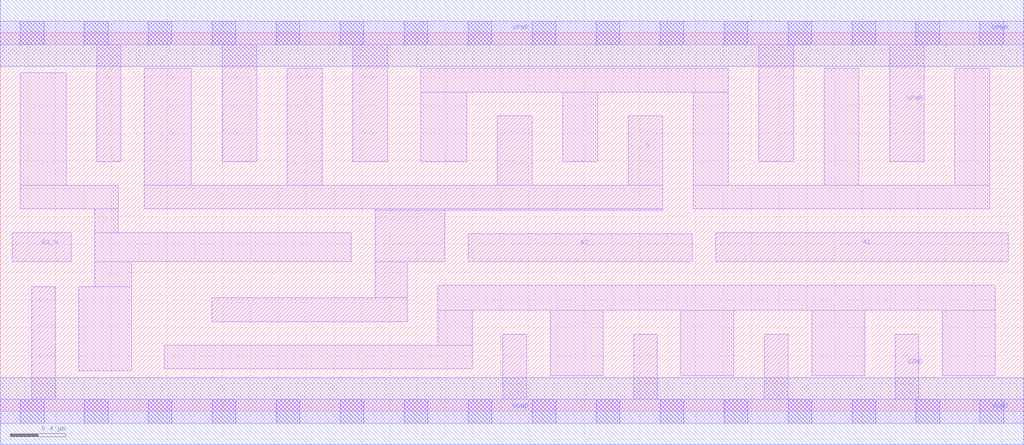
<source format=lef>
# Copyright 2020 The SkyWater PDK Authors
#
# Licensed under the Apache License, Version 2.0 (the "License");
# you may not use this file except in compliance with the License.
# You may obtain a copy of the License at
#
#     https://www.apache.org/licenses/LICENSE-2.0
#
# Unless required by applicable law or agreed to in writing, software
# distributed under the License is distributed on an "AS IS" BASIS,
# WITHOUT WARRANTIES OR CONDITIONS OF ANY KIND, either express or implied.
# See the License for the specific language governing permissions and
# limitations under the License.
#
# SPDX-License-Identifier: Apache-2.0

VERSION 5.7 ;
  NAMESCASESENSITIVE ON ;
  NOWIREEXTENSIONATPIN ON ;
  DIVIDERCHAR "/" ;
  BUSBITCHARS "[]" ;
UNITS
  DATABASE MICRONS 200 ;
END UNITS
PROPERTYDEFINITIONS
  MACRO maskLayoutSubType STRING ;
  MACRO prCellType STRING ;
  MACRO originalViewName STRING ;
END PROPERTYDEFINITIONS
MACRO sky130_fd_sc_hdll__o21bai_4
  CLASS CORE ;
  FOREIGN sky130_fd_sc_hdll__o21bai_4 ;
  ORIGIN  0.000000  0.000000 ;
  SIZE  7.360000 BY  2.720000 ;
  SYMMETRY X Y R90 ;
  SITE unithd ;
  PIN A1
    ANTENNAGATEAREA  1.110000 ;
    DIRECTION INPUT ;
    USE SIGNAL ;
    PORT
      LAYER li1 ;
        RECT 5.145000 1.075000 7.250000 1.285000 ;
    END
  END A1
  PIN A2
    ANTENNAGATEAREA  1.110000 ;
    DIRECTION INPUT ;
    USE SIGNAL ;
    PORT
      LAYER li1 ;
        RECT 3.365000 1.075000 4.975000 1.275000 ;
    END
  END A2
  PIN B1_N
    ANTENNAGATEAREA  0.277500 ;
    DIRECTION INPUT ;
    USE SIGNAL ;
    PORT
      LAYER li1 ;
        RECT 0.085000 1.075000 0.510000 1.285000 ;
    END
  END B1_N
  PIN VGND
    ANTENNADIFFAREA  1.111500 ;
    DIRECTION INOUT ;
    USE SIGNAL ;
    PORT
      LAYER li1 ;
        RECT 0.000000 -0.085000 7.360000 0.085000 ;
        RECT 0.225000  0.085000 0.395000 0.895000 ;
        RECT 3.615000  0.085000 3.785000 0.555000 ;
        RECT 4.555000  0.085000 4.725000 0.555000 ;
        RECT 5.495000  0.085000 5.665000 0.555000 ;
        RECT 6.435000  0.085000 6.605000 0.555000 ;
      LAYER mcon ;
        RECT 0.145000 -0.085000 0.315000 0.085000 ;
        RECT 0.605000 -0.085000 0.775000 0.085000 ;
        RECT 1.065000 -0.085000 1.235000 0.085000 ;
        RECT 1.525000 -0.085000 1.695000 0.085000 ;
        RECT 1.985000 -0.085000 2.155000 0.085000 ;
        RECT 2.445000 -0.085000 2.615000 0.085000 ;
        RECT 2.905000 -0.085000 3.075000 0.085000 ;
        RECT 3.365000 -0.085000 3.535000 0.085000 ;
        RECT 3.825000 -0.085000 3.995000 0.085000 ;
        RECT 4.285000 -0.085000 4.455000 0.085000 ;
        RECT 4.745000 -0.085000 4.915000 0.085000 ;
        RECT 5.205000 -0.085000 5.375000 0.085000 ;
        RECT 5.665000 -0.085000 5.835000 0.085000 ;
        RECT 6.125000 -0.085000 6.295000 0.085000 ;
        RECT 6.585000 -0.085000 6.755000 0.085000 ;
        RECT 7.045000 -0.085000 7.215000 0.085000 ;
      LAYER met1 ;
        RECT 0.000000 -0.240000 7.360000 0.240000 ;
    END
  END VGND
  PIN VPWR
    ANTENNADIFFAREA  1.430000 ;
    DIRECTION INOUT ;
    USE SIGNAL ;
    PORT
      LAYER li1 ;
        RECT 0.000000 2.635000 7.360000 2.805000 ;
        RECT 0.695000 1.795000 0.865000 2.635000 ;
        RECT 1.595000 1.795000 1.845000 2.635000 ;
        RECT 2.535000 1.795000 2.785000 2.635000 ;
        RECT 5.455000 1.795000 5.705000 2.635000 ;
        RECT 6.395000 1.795000 6.645000 2.635000 ;
      LAYER mcon ;
        RECT 0.145000 2.635000 0.315000 2.805000 ;
        RECT 0.605000 2.635000 0.775000 2.805000 ;
        RECT 1.065000 2.635000 1.235000 2.805000 ;
        RECT 1.525000 2.635000 1.695000 2.805000 ;
        RECT 1.985000 2.635000 2.155000 2.805000 ;
        RECT 2.445000 2.635000 2.615000 2.805000 ;
        RECT 2.905000 2.635000 3.075000 2.805000 ;
        RECT 3.365000 2.635000 3.535000 2.805000 ;
        RECT 3.825000 2.635000 3.995000 2.805000 ;
        RECT 4.285000 2.635000 4.455000 2.805000 ;
        RECT 4.745000 2.635000 4.915000 2.805000 ;
        RECT 5.205000 2.635000 5.375000 2.805000 ;
        RECT 5.665000 2.635000 5.835000 2.805000 ;
        RECT 6.125000 2.635000 6.295000 2.805000 ;
        RECT 6.585000 2.635000 6.755000 2.805000 ;
        RECT 7.045000 2.635000 7.215000 2.805000 ;
      LAYER met1 ;
        RECT 0.000000 2.480000 7.360000 2.960000 ;
    END
  END VPWR
  PIN Y
    ANTENNADIFFAREA  1.576000 ;
    DIRECTION OUTPUT ;
    USE SIGNAL ;
    PORT
      LAYER li1 ;
        RECT 1.035000 1.455000 4.765000 1.625000 ;
        RECT 1.035000 1.625000 1.375000 2.465000 ;
        RECT 1.520000 0.645000 2.925000 0.815000 ;
        RECT 2.065000 1.625000 2.315000 2.465000 ;
        RECT 2.695000 0.815000 2.925000 1.075000 ;
        RECT 2.695000 1.075000 3.195000 1.445000 ;
        RECT 2.695000 1.445000 4.765000 1.455000 ;
        RECT 3.575000 1.625000 3.825000 2.125000 ;
        RECT 4.515000 1.625000 4.765000 2.125000 ;
    END
  END Y
  OBS
    LAYER li1 ;
      RECT 0.145000 1.455000 0.850000 1.625000 ;
      RECT 0.145000 1.625000 0.475000 2.435000 ;
      RECT 0.565000 0.290000 0.945000 0.895000 ;
      RECT 0.680000 0.895000 0.945000 1.075000 ;
      RECT 0.680000 1.075000 2.525000 1.285000 ;
      RECT 0.680000 1.285000 0.850000 1.455000 ;
      RECT 1.180000 0.305000 3.395000 0.475000 ;
      RECT 3.025000 1.795000 3.355000 2.295000 ;
      RECT 3.025000 2.295000 5.235000 2.465000 ;
      RECT 3.145000 0.475000 3.395000 0.725000 ;
      RECT 3.145000 0.725000 7.155000 0.905000 ;
      RECT 3.955000 0.255000 4.335000 0.725000 ;
      RECT 4.045000 1.795000 4.295000 2.295000 ;
      RECT 4.895000 0.255000 5.275000 0.725000 ;
      RECT 4.985000 1.455000 7.115000 1.625000 ;
      RECT 4.985000 1.625000 5.235000 2.295000 ;
      RECT 5.835000 0.255000 6.215000 0.725000 ;
      RECT 5.925000 1.625000 6.175000 2.465000 ;
      RECT 6.775000 0.255000 7.155000 0.725000 ;
      RECT 6.865000 1.625000 7.115000 2.465000 ;
  END
  PROPERTY maskLayoutSubType "abstract" ;
  PROPERTY prCellType "standard" ;
  PROPERTY originalViewName "layout" ;
END sky130_fd_sc_hdll__o21bai_4

</source>
